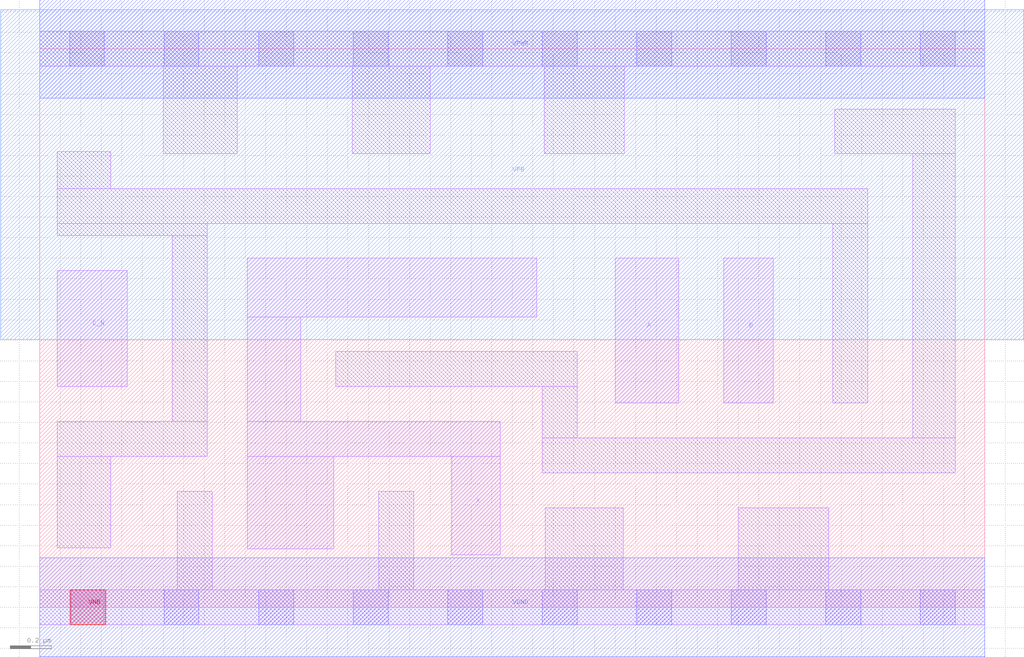
<source format=lef>
# Copyright 2020 The SkyWater PDK Authors
#
# Licensed under the Apache License, Version 2.0 (the "License");
# you may not use this file except in compliance with the License.
# You may obtain a copy of the License at
#
#     https://www.apache.org/licenses/LICENSE-2.0
#
# Unless required by applicable law or agreed to in writing, software
# distributed under the License is distributed on an "AS IS" BASIS,
# WITHOUT WARRANTIES OR CONDITIONS OF ANY KIND, either express or implied.
# See the License for the specific language governing permissions and
# limitations under the License.
#
# SPDX-License-Identifier: Apache-2.0

VERSION 5.7 ;
  NOWIREEXTENSIONATPIN ON ;
  DIVIDERCHAR "/" ;
  BUSBITCHARS "[]" ;
PROPERTYDEFINITIONS
  MACRO maskLayoutSubType STRING ;
  MACRO prCellType STRING ;
  MACRO originalViewName STRING ;
END PROPERTYDEFINITIONS
MACRO sky130_fd_sc_hdll__or3b_4
  CLASS CORE ;
  FOREIGN sky130_fd_sc_hdll__or3b_4 ;
  ORIGIN  0.000000  0.000000 ;
  SIZE  4.600000 BY  2.720000 ;
  SYMMETRY X Y R90 ;
  SITE unithd ;
  PIN A
    ANTENNAGATEAREA  0.277500 ;
    DIRECTION INPUT ;
    USE SIGNAL ;
    PORT
      LAYER li1 ;
        RECT 2.800000 0.995000 3.110000 1.700000 ;
    END
  END A
  PIN B
    ANTENNAGATEAREA  0.277500 ;
    DIRECTION INPUT ;
    USE SIGNAL ;
    PORT
      LAYER li1 ;
        RECT 3.330000 0.995000 3.570000 1.700000 ;
    END
  END B
  PIN C_N
    ANTENNAGATEAREA  0.138600 ;
    DIRECTION INPUT ;
    USE SIGNAL ;
    PORT
      LAYER li1 ;
        RECT 0.085000 1.075000 0.425000 1.640000 ;
    END
  END C_N
  PIN X
    ANTENNADIFFAREA  1.028500 ;
    DIRECTION OUTPUT ;
    USE SIGNAL ;
    PORT
      LAYER li1 ;
        RECT 1.010000 0.285000 1.430000 0.735000 ;
        RECT 1.010000 0.735000 2.240000 0.905000 ;
        RECT 1.010000 0.905000 1.270000 1.415000 ;
        RECT 1.010000 1.415000 2.420000 1.700000 ;
        RECT 2.005000 0.255000 2.240000 0.735000 ;
    END
  END X
  PIN VGND
    DIRECTION INOUT ;
    USE GROUND ;
    PORT
      LAYER met1 ;
        RECT 0.000000 -0.240000 4.600000 0.240000 ;
    END
  END VGND
  PIN VNB
    DIRECTION INOUT ;
    USE GROUND ;
    PORT
      LAYER pwell ;
        RECT 0.150000 -0.085000 0.320000 0.085000 ;
    END
  END VNB
  PIN VPB
    DIRECTION INOUT ;
    USE POWER ;
    PORT
      LAYER nwell ;
        RECT -0.190000 1.305000 4.790000 2.910000 ;
    END
  END VPB
  PIN VPWR
    DIRECTION INOUT ;
    USE POWER ;
    PORT
      LAYER met1 ;
        RECT 0.000000 2.480000 4.600000 2.960000 ;
    END
  END VPWR
  OBS
    LAYER li1 ;
      RECT 0.000000 -0.085000 4.600000 0.085000 ;
      RECT 0.000000  2.635000 4.600000 2.805000 ;
      RECT 0.085000  0.290000 0.345000 0.735000 ;
      RECT 0.085000  0.735000 0.815000 0.905000 ;
      RECT 0.085000  1.810000 0.815000 1.870000 ;
      RECT 0.085000  1.870000 4.030000 2.040000 ;
      RECT 0.085000  2.040000 0.345000 2.220000 ;
      RECT 0.600000  2.210000 0.960000 2.635000 ;
      RECT 0.645000  0.905000 0.815000 1.810000 ;
      RECT 0.670000  0.085000 0.840000 0.565000 ;
      RECT 1.440000  1.075000 2.615000 1.245000 ;
      RECT 1.520000  2.210000 1.900000 2.635000 ;
      RECT 1.650000  0.085000 1.820000 0.565000 ;
      RECT 2.445000  0.655000 4.455000 0.825000 ;
      RECT 2.445000  0.825000 2.615000 1.075000 ;
      RECT 2.455000  2.210000 2.845000 2.635000 ;
      RECT 2.460000  0.085000 2.840000 0.485000 ;
      RECT 3.400000  0.085000 3.840000 0.485000 ;
      RECT 3.860000  0.995000 4.030000 1.870000 ;
      RECT 3.870000  2.210000 4.455000 2.425000 ;
      RECT 4.250000  0.825000 4.455000 2.210000 ;
    LAYER mcon ;
      RECT 0.145000 -0.085000 0.315000 0.085000 ;
      RECT 0.145000  2.635000 0.315000 2.805000 ;
      RECT 0.605000 -0.085000 0.775000 0.085000 ;
      RECT 0.605000  2.635000 0.775000 2.805000 ;
      RECT 1.065000 -0.085000 1.235000 0.085000 ;
      RECT 1.065000  2.635000 1.235000 2.805000 ;
      RECT 1.525000 -0.085000 1.695000 0.085000 ;
      RECT 1.525000  2.635000 1.695000 2.805000 ;
      RECT 1.985000 -0.085000 2.155000 0.085000 ;
      RECT 1.985000  2.635000 2.155000 2.805000 ;
      RECT 2.445000 -0.085000 2.615000 0.085000 ;
      RECT 2.445000  2.635000 2.615000 2.805000 ;
      RECT 2.905000 -0.085000 3.075000 0.085000 ;
      RECT 2.905000  2.635000 3.075000 2.805000 ;
      RECT 3.365000 -0.085000 3.535000 0.085000 ;
      RECT 3.365000  2.635000 3.535000 2.805000 ;
      RECT 3.825000 -0.085000 3.995000 0.085000 ;
      RECT 3.825000  2.635000 3.995000 2.805000 ;
      RECT 4.285000 -0.085000 4.455000 0.085000 ;
      RECT 4.285000  2.635000 4.455000 2.805000 ;
  END
  PROPERTY maskLayoutSubType "abstract" ;
  PROPERTY prCellType "standard" ;
  PROPERTY originalViewName "layout" ;
END sky130_fd_sc_hdll__or3b_4
END LIBRARY

</source>
